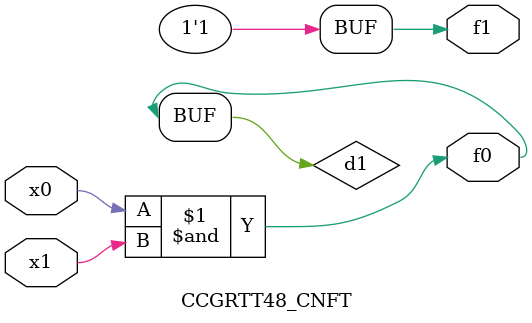
<source format=v>
module CCGRTT48_CNFT(
	input x0, x1,
	output f0, f1
);

	wire d1;

	assign f0 = d1;
	and (d1, x0, x1);
	assign f1 = 1'b1;
endmodule

</source>
